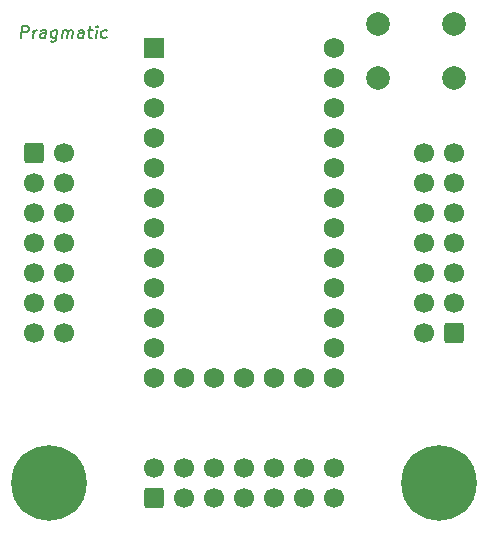
<source format=gts>
%TF.GenerationSoftware,KiCad,Pcbnew,(6.0.1-0)*%
%TF.CreationDate,2022-02-07T11:31:33+08:00*%
%TF.ProjectId,Pragmatic,50726167-6d61-4746-9963-2e6b69636164,V2*%
%TF.SameCoordinates,Original*%
%TF.FileFunction,Soldermask,Top*%
%TF.FilePolarity,Negative*%
%FSLAX46Y46*%
G04 Gerber Fmt 4.6, Leading zero omitted, Abs format (unit mm)*
G04 Created by KiCad (PCBNEW (6.0.1-0)) date 2022-02-07 11:31:33*
%MOMM*%
%LPD*%
G01*
G04 APERTURE LIST*
G04 Aperture macros list*
%AMRoundRect*
0 Rectangle with rounded corners*
0 $1 Rounding radius*
0 $2 $3 $4 $5 $6 $7 $8 $9 X,Y pos of 4 corners*
0 Add a 4 corners polygon primitive as box body*
4,1,4,$2,$3,$4,$5,$6,$7,$8,$9,$2,$3,0*
0 Add four circle primitives for the rounded corners*
1,1,$1+$1,$2,$3*
1,1,$1+$1,$4,$5*
1,1,$1+$1,$6,$7*
1,1,$1+$1,$8,$9*
0 Add four rect primitives between the rounded corners*
20,1,$1+$1,$2,$3,$4,$5,0*
20,1,$1+$1,$4,$5,$6,$7,0*
20,1,$1+$1,$6,$7,$8,$9,0*
20,1,$1+$1,$8,$9,$2,$3,0*%
G04 Aperture macros list end*
%ADD10C,0.203200*%
%ADD11RoundRect,0.250000X-0.600000X-0.600000X0.600000X-0.600000X0.600000X0.600000X-0.600000X0.600000X0*%
%ADD12C,1.700000*%
%ADD13RoundRect,0.250000X0.600000X0.600000X-0.600000X0.600000X-0.600000X-0.600000X0.600000X-0.600000X0*%
%ADD14C,2.000000*%
%ADD15R,1.752600X1.752600*%
%ADD16C,1.752600*%
%ADD17C,6.400000*%
%ADD18RoundRect,0.250000X0.600000X-0.600000X0.600000X0.600000X-0.600000X0.600000X-0.600000X-0.600000X0*%
G04 APERTURE END LIST*
D10*
X120759431Y-48719619D02*
X120886431Y-47703619D01*
X121273479Y-47703619D01*
X121364193Y-47752000D01*
X121406526Y-47800380D01*
X121442812Y-47897142D01*
X121424669Y-48042285D01*
X121364193Y-48139047D01*
X121309765Y-48187428D01*
X121206955Y-48235809D01*
X120819907Y-48235809D01*
X121775431Y-48719619D02*
X121860098Y-48042285D01*
X121835907Y-48235809D02*
X121896384Y-48139047D01*
X121950812Y-48090666D01*
X122053622Y-48042285D01*
X122150384Y-48042285D01*
X122839812Y-48719619D02*
X122906336Y-48187428D01*
X122870050Y-48090666D01*
X122779336Y-48042285D01*
X122585812Y-48042285D01*
X122483003Y-48090666D01*
X122845860Y-48671238D02*
X122743050Y-48719619D01*
X122501145Y-48719619D01*
X122410431Y-48671238D01*
X122374145Y-48574476D01*
X122386241Y-48477714D01*
X122446717Y-48380952D01*
X122549526Y-48332571D01*
X122791431Y-48332571D01*
X122894241Y-48284190D01*
X123843717Y-48042285D02*
X123740907Y-48864761D01*
X123680431Y-48961523D01*
X123626003Y-49009904D01*
X123523193Y-49058285D01*
X123378050Y-49058285D01*
X123287336Y-49009904D01*
X123765098Y-48671238D02*
X123662288Y-48719619D01*
X123468765Y-48719619D01*
X123378050Y-48671238D01*
X123335717Y-48622857D01*
X123299431Y-48526095D01*
X123335717Y-48235809D01*
X123396193Y-48139047D01*
X123450622Y-48090666D01*
X123553431Y-48042285D01*
X123746955Y-48042285D01*
X123837669Y-48090666D01*
X124242860Y-48719619D02*
X124327526Y-48042285D01*
X124315431Y-48139047D02*
X124369860Y-48090666D01*
X124472669Y-48042285D01*
X124617812Y-48042285D01*
X124708526Y-48090666D01*
X124744812Y-48187428D01*
X124678288Y-48719619D01*
X124744812Y-48187428D02*
X124805288Y-48090666D01*
X124908098Y-48042285D01*
X125053241Y-48042285D01*
X125143955Y-48090666D01*
X125180241Y-48187428D01*
X125113717Y-48719619D01*
X126032955Y-48719619D02*
X126099479Y-48187428D01*
X126063193Y-48090666D01*
X125972479Y-48042285D01*
X125778955Y-48042285D01*
X125676145Y-48090666D01*
X126039003Y-48671238D02*
X125936193Y-48719619D01*
X125694288Y-48719619D01*
X125603574Y-48671238D01*
X125567288Y-48574476D01*
X125579384Y-48477714D01*
X125639860Y-48380952D01*
X125742669Y-48332571D01*
X125984574Y-48332571D01*
X126087384Y-48284190D01*
X126456288Y-48042285D02*
X126843336Y-48042285D01*
X126643765Y-47703619D02*
X126534907Y-48574476D01*
X126571193Y-48671238D01*
X126661907Y-48719619D01*
X126758669Y-48719619D01*
X127097336Y-48719619D02*
X127182003Y-48042285D01*
X127224336Y-47703619D02*
X127169907Y-47752000D01*
X127212241Y-47800380D01*
X127266669Y-47752000D01*
X127224336Y-47703619D01*
X127212241Y-47800380D01*
X128022622Y-48671238D02*
X127919812Y-48719619D01*
X127726288Y-48719619D01*
X127635574Y-48671238D01*
X127593241Y-48622857D01*
X127556955Y-48526095D01*
X127593241Y-48235809D01*
X127653717Y-48139047D01*
X127708145Y-48090666D01*
X127810955Y-48042285D01*
X128004479Y-48042285D01*
X128095193Y-48090666D01*
D11*
%TO.C,J1*%
X121920000Y-58420000D03*
D12*
X124460000Y-58420000D03*
X121920000Y-60960000D03*
X124460000Y-60960000D03*
X121920000Y-63500000D03*
X124460000Y-63500000D03*
X121920000Y-66040000D03*
X124460000Y-66040000D03*
X121920000Y-68580000D03*
X124460000Y-68580000D03*
X121920000Y-71120000D03*
X124460000Y-71120000D03*
X121920000Y-73660000D03*
X124460000Y-73660000D03*
%TD*%
D13*
%TO.C,J2*%
X157480000Y-73660000D03*
D12*
X154940000Y-73660000D03*
X157480000Y-71120000D03*
X154940000Y-71120000D03*
X157480000Y-68580000D03*
X154940000Y-68580000D03*
X157480000Y-66040000D03*
X154940000Y-66040000D03*
X157480000Y-63500000D03*
X154940000Y-63500000D03*
X157480000Y-60960000D03*
X154940000Y-60960000D03*
X157480000Y-58420000D03*
X154940000Y-58420000D03*
%TD*%
D14*
%TO.C,SW1*%
X157480000Y-52070000D03*
X157480000Y-47570000D03*
X150980000Y-52070000D03*
X150980000Y-47570000D03*
%TD*%
D15*
%TO.C,U1*%
X132080000Y-49530000D03*
D16*
X132080000Y-52070000D03*
X132080000Y-54610000D03*
X132080000Y-57150000D03*
X132080000Y-59690000D03*
X132080000Y-62230000D03*
X132080000Y-64770000D03*
X132080000Y-67310000D03*
X132080000Y-69850000D03*
X132080000Y-72390000D03*
X132080000Y-74930000D03*
X132080000Y-77470000D03*
X147320000Y-77470000D03*
X147320000Y-74930000D03*
X147320000Y-72390000D03*
X147320000Y-69850000D03*
X147320000Y-67310000D03*
X147320000Y-64770000D03*
X147320000Y-62230000D03*
X147320000Y-59690000D03*
X147320000Y-57150000D03*
X147320000Y-54610000D03*
X147320000Y-52070000D03*
X147320000Y-49530000D03*
X134620000Y-77470000D03*
X137160000Y-77470000D03*
X139700000Y-77470000D03*
X142240000Y-77470000D03*
X144780000Y-77470000D03*
%TD*%
D17*
%TO.C,M2*%
X156210000Y-86360000D03*
%TD*%
D18*
%TO.C,J3*%
X132080000Y-87630000D03*
D12*
X132080000Y-85090000D03*
X134620000Y-87630000D03*
X134620000Y-85090000D03*
X137160000Y-87630000D03*
X137160000Y-85090000D03*
X139700000Y-87630000D03*
X139700000Y-85090000D03*
X142240000Y-87630000D03*
X142240000Y-85090000D03*
X144780000Y-87630000D03*
X144780000Y-85090000D03*
X147320000Y-87630000D03*
X147320000Y-85090000D03*
%TD*%
D17*
%TO.C,M1*%
X123190000Y-86360000D03*
%TD*%
M02*

</source>
